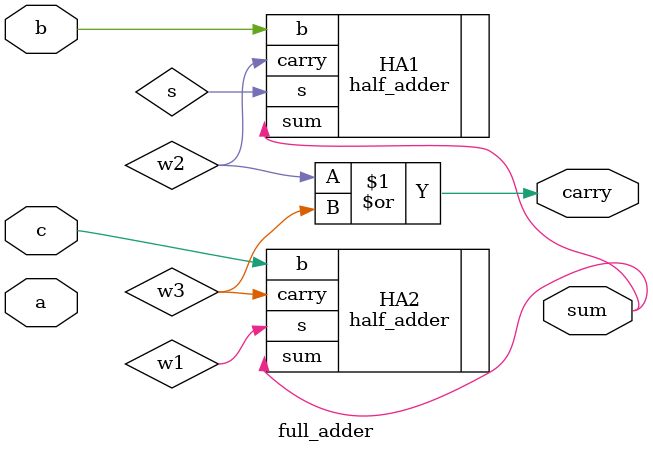
<source format=v>


module full_adder(a,
                  b,
                  c,
                  sum,
                  carry);

  // Step 1. Write down the directions for the ports	     
input a,b,c;

output sum,carry;
  // Step 2. Declare the internal wires    
wire w1,w2,w3;


  // Step 3. Instantiate two Half-Adders

half_adder HA1(.s(s),.b(b),.sum(sum),.carry(w2));
half_adder HA2(.s(w1),.b(c),.sum(sum),.carry(w3));
  // Step 4. Instantiate the OR gate
or or1(carry,w2,w3);


endmodule

</source>
